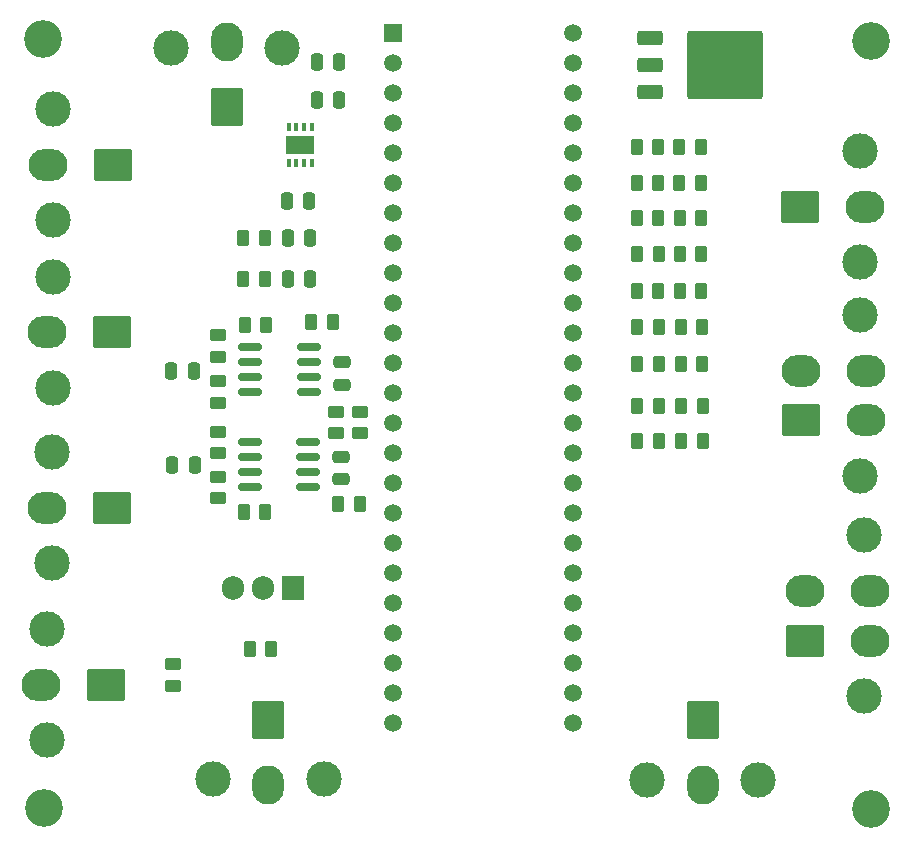
<source format=gbr>
%TF.GenerationSoftware,KiCad,Pcbnew,8.0.5*%
%TF.CreationDate,2025-02-16T14:39:50-08:00*%
%TF.ProjectId,ccm,63636d2e-6b69-4636-9164-5f7063625858,rev?*%
%TF.SameCoordinates,Original*%
%TF.FileFunction,Soldermask,Top*%
%TF.FilePolarity,Negative*%
%FSLAX46Y46*%
G04 Gerber Fmt 4.6, Leading zero omitted, Abs format (unit mm)*
G04 Created by KiCad (PCBNEW 8.0.5) date 2025-02-16 14:39:50*
%MOMM*%
%LPD*%
G01*
G04 APERTURE LIST*
G04 Aperture macros list*
%AMRoundRect*
0 Rectangle with rounded corners*
0 $1 Rounding radius*
0 $2 $3 $4 $5 $6 $7 $8 $9 X,Y pos of 4 corners*
0 Add a 4 corners polygon primitive as box body*
4,1,4,$2,$3,$4,$5,$6,$7,$8,$9,$2,$3,0*
0 Add four circle primitives for the rounded corners*
1,1,$1+$1,$2,$3*
1,1,$1+$1,$4,$5*
1,1,$1+$1,$6,$7*
1,1,$1+$1,$8,$9*
0 Add four rect primitives between the rounded corners*
20,1,$1+$1,$2,$3,$4,$5,0*
20,1,$1+$1,$4,$5,$6,$7,0*
20,1,$1+$1,$6,$7,$8,$9,0*
20,1,$1+$1,$8,$9,$2,$3,0*%
G04 Aperture macros list end*
%ADD10RoundRect,0.250000X0.262500X0.450000X-0.262500X0.450000X-0.262500X-0.450000X0.262500X-0.450000X0*%
%ADD11C,3.000000*%
%ADD12RoundRect,0.250001X1.399999X-1.099999X1.399999X1.099999X-1.399999X1.099999X-1.399999X-1.099999X0*%
%ADD13O,3.300000X2.700000*%
%ADD14RoundRect,0.150000X0.825000X0.150000X-0.825000X0.150000X-0.825000X-0.150000X0.825000X-0.150000X0*%
%ADD15RoundRect,0.250000X-0.262500X-0.450000X0.262500X-0.450000X0.262500X0.450000X-0.262500X0.450000X0*%
%ADD16RoundRect,0.250001X1.099999X1.399999X-1.099999X1.399999X-1.099999X-1.399999X1.099999X-1.399999X0*%
%ADD17O,2.700000X3.300000*%
%ADD18RoundRect,0.250000X0.250000X0.475000X-0.250000X0.475000X-0.250000X-0.475000X0.250000X-0.475000X0*%
%ADD19RoundRect,0.250000X-0.450000X0.262500X-0.450000X-0.262500X0.450000X-0.262500X0.450000X0.262500X0*%
%ADD20RoundRect,0.250000X0.450000X-0.262500X0.450000X0.262500X-0.450000X0.262500X-0.450000X-0.262500X0*%
%ADD21RoundRect,0.250000X-0.250000X-0.475000X0.250000X-0.475000X0.250000X0.475000X-0.250000X0.475000X0*%
%ADD22R,1.498600X1.498600*%
%ADD23C,1.498600*%
%ADD24C,3.200000*%
%ADD25RoundRect,0.250000X-0.850000X-0.350000X0.850000X-0.350000X0.850000X0.350000X-0.850000X0.350000X0*%
%ADD26RoundRect,0.249997X-2.950003X-2.650003X2.950003X-2.650003X2.950003X2.650003X-2.950003X2.650003X0*%
%ADD27RoundRect,0.250001X-1.099999X-1.399999X1.099999X-1.399999X1.099999X1.399999X-1.099999X1.399999X0*%
%ADD28RoundRect,0.250001X-1.399999X1.099999X-1.399999X-1.099999X1.399999X-1.099999X1.399999X1.099999X0*%
%ADD29R,0.350000X0.650000*%
%ADD30R,2.400000X1.550000*%
%ADD31RoundRect,0.250000X-0.475000X0.250000X-0.475000X-0.250000X0.475000X-0.250000X0.475000X0.250000X0*%
%ADD32R,1.905000X2.000000*%
%ADD33O,1.905000X2.000000*%
G04 APERTURE END LIST*
D10*
%TO.C,R28*%
X138412500Y-90800000D03*
X136587500Y-90800000D03*
%TD*%
%TO.C,R23*%
X169762500Y-100850000D03*
X167937500Y-100850000D03*
%TD*%
%TO.C,R17*%
X166012500Y-85000000D03*
X164187500Y-85000000D03*
%TD*%
D11*
%TO.C,J8*%
X183440000Y-122450000D03*
X183440000Y-108850000D03*
D12*
X178400000Y-117750000D03*
D13*
X178400000Y-113550000D03*
X183900000Y-117750000D03*
X183900000Y-113550000D03*
%TD*%
D10*
%TO.C,R20*%
X169575000Y-79000000D03*
X167750000Y-79000000D03*
%TD*%
%TO.C,R12*%
X169725000Y-91200000D03*
X167900000Y-91200000D03*
%TD*%
%TO.C,R10*%
X169712500Y-94350000D03*
X167887500Y-94350000D03*
%TD*%
D14*
%TO.C,U3*%
X136400000Y-96710000D03*
X136400000Y-95440000D03*
X136400000Y-94170000D03*
X136400000Y-92900000D03*
X131450000Y-92900000D03*
X131450000Y-94170000D03*
X131450000Y-95440000D03*
X131450000Y-96710000D03*
%TD*%
D15*
%TO.C,R5*%
X131387500Y-118500000D03*
X133212500Y-118500000D03*
%TD*%
%TO.C,R30*%
X130887500Y-106900000D03*
X132712500Y-106900000D03*
%TD*%
D11*
%TO.C,J10*%
X134150000Y-67560000D03*
X124750000Y-67560000D03*
D16*
X129450000Y-72600000D03*
D17*
X129450000Y-67100000D03*
%TD*%
D18*
%TO.C,C8*%
X138950000Y-68750000D03*
X137050000Y-68750000D03*
%TD*%
D19*
%TO.C,R27*%
X138700000Y-98387500D03*
X138700000Y-100212500D03*
%TD*%
D10*
%TO.C,R16*%
X169625000Y-85000000D03*
X167800000Y-85000000D03*
%TD*%
%TO.C,R24*%
X166025000Y-100850000D03*
X164200000Y-100850000D03*
%TD*%
D15*
%TO.C,R29*%
X130987500Y-91000000D03*
X132812500Y-91000000D03*
%TD*%
D10*
%TO.C,R7*%
X166025000Y-97850000D03*
X164200000Y-97850000D03*
%TD*%
D20*
%TO.C,R3*%
X128700000Y-97625000D03*
X128700000Y-95800000D03*
%TD*%
D21*
%TO.C,C7*%
X134550000Y-80500000D03*
X136450000Y-80500000D03*
%TD*%
D18*
%TO.C,C9*%
X138950000Y-72000000D03*
X137050000Y-72000000D03*
%TD*%
D10*
%TO.C,R14*%
X169612500Y-88150000D03*
X167787500Y-88150000D03*
%TD*%
D19*
%TO.C,R32*%
X140700000Y-98387500D03*
X140700000Y-100212500D03*
%TD*%
D10*
%TO.C,R11*%
X166012500Y-94350000D03*
X164187500Y-94350000D03*
%TD*%
D18*
%TO.C,C6*%
X126750000Y-102900000D03*
X124850000Y-102900000D03*
%TD*%
D20*
%TO.C,R25*%
X128700000Y-93712500D03*
X128700000Y-91887500D03*
%TD*%
D22*
%TO.C,U1*%
X143500000Y-66340000D03*
D23*
X143500000Y-68880000D03*
X143500000Y-71420000D03*
X143500000Y-73960000D03*
X143500000Y-76500000D03*
X143500000Y-79040000D03*
X143500000Y-81580000D03*
X143500000Y-84120000D03*
X143500000Y-86660000D03*
X143500000Y-89200000D03*
X143500000Y-91740000D03*
X143500000Y-94280000D03*
X143500000Y-96820000D03*
X143500000Y-99360000D03*
X143500000Y-101900000D03*
X143500000Y-104440000D03*
X143500000Y-106980000D03*
X143500000Y-109520000D03*
X143500000Y-112060000D03*
X143500000Y-114600000D03*
X143500000Y-117140000D03*
X143500000Y-119680000D03*
X143500000Y-122220000D03*
X143500000Y-124760000D03*
X158740000Y-124760000D03*
X158740000Y-122220000D03*
X158740000Y-119680000D03*
X158740000Y-117140000D03*
X158740000Y-114600000D03*
X158740000Y-112060000D03*
X158740000Y-109520000D03*
X158740000Y-106980000D03*
X158740000Y-104440000D03*
X158740000Y-101900000D03*
X158740000Y-99360000D03*
X158740000Y-96820000D03*
X158740000Y-94280000D03*
X158740000Y-91740000D03*
X158740000Y-89200000D03*
X158740000Y-86660000D03*
X158740000Y-84120000D03*
X158740000Y-81580000D03*
X158740000Y-79040000D03*
X158740000Y-76500000D03*
X158740000Y-73960000D03*
X158740000Y-71420000D03*
X158740000Y-68880000D03*
X158740000Y-66340000D03*
%TD*%
D24*
%TO.C,REF\u002A\u002A*%
X184000000Y-132000000D03*
%TD*%
%TO.C,REF\u002A\u002A*%
X113900000Y-66800000D03*
%TD*%
D18*
%TO.C,C5*%
X126650000Y-94900000D03*
X124750000Y-94900000D03*
%TD*%
D11*
%TO.C,J4*%
X183090000Y-103800000D03*
X183090000Y-90200000D03*
D12*
X178050000Y-99100000D03*
D13*
X178050000Y-94900000D03*
X183550000Y-99100000D03*
X183550000Y-94900000D03*
%TD*%
D25*
%TO.C,U5*%
X165300000Y-66732500D03*
X165300000Y-69012500D03*
D26*
X171600000Y-69012500D03*
D25*
X165300000Y-71292500D03*
%TD*%
D11*
%TO.C,J5*%
X165050000Y-129540000D03*
X174450000Y-129540000D03*
D27*
X169750000Y-124500000D03*
D17*
X169750000Y-130000000D03*
%TD*%
D10*
%TO.C,R21*%
X166000000Y-79000000D03*
X164175000Y-79000000D03*
%TD*%
D11*
%TO.C,J1*%
X114200000Y-116800000D03*
X114200000Y-126200000D03*
D28*
X119240000Y-121500000D03*
D13*
X113740000Y-121500000D03*
%TD*%
D10*
%TO.C,R31*%
X140712500Y-106200000D03*
X138887500Y-106200000D03*
%TD*%
%TO.C,R13*%
X166012500Y-91200000D03*
X164187500Y-91200000D03*
%TD*%
D21*
%TO.C,C3*%
X134600000Y-83700000D03*
X136500000Y-83700000D03*
%TD*%
D20*
%TO.C,R4*%
X128700000Y-105687500D03*
X128700000Y-103862500D03*
%TD*%
%TO.C,R26*%
X128700000Y-101900000D03*
X128700000Y-100075000D03*
%TD*%
D10*
%TO.C,R18*%
X169612500Y-81950000D03*
X167787500Y-81950000D03*
%TD*%
D19*
%TO.C,R22*%
X124900000Y-119737500D03*
X124900000Y-121562500D03*
%TD*%
D15*
%TO.C,R8*%
X130837500Y-83700000D03*
X132662500Y-83700000D03*
%TD*%
D14*
%TO.C,U4*%
X136350000Y-104710000D03*
X136350000Y-103440000D03*
X136350000Y-102170000D03*
X136350000Y-100900000D03*
X131400000Y-100900000D03*
X131400000Y-102170000D03*
X131400000Y-103440000D03*
X131400000Y-104710000D03*
%TD*%
D24*
%TO.C,REF\u002A\u002A*%
X184000000Y-67000000D03*
%TD*%
%TO.C,REF\u002A\u002A*%
X114000000Y-131900000D03*
%TD*%
D11*
%TO.C,J7*%
X114760000Y-72750000D03*
X114760000Y-82150000D03*
D28*
X119800000Y-77450000D03*
D13*
X114300000Y-77450000D03*
%TD*%
D29*
%TO.C,U2*%
X134700000Y-77350000D03*
X135350000Y-77350000D03*
X136000000Y-77350000D03*
X136650000Y-77350000D03*
X136650000Y-74250000D03*
X136000000Y-74250000D03*
X135350000Y-74250000D03*
X134700000Y-74250000D03*
D30*
X135675000Y-75800000D03*
%TD*%
D10*
%TO.C,R15*%
X166000000Y-88150000D03*
X164175000Y-88150000D03*
%TD*%
%TO.C,R6*%
X169737500Y-97850000D03*
X167912500Y-97850000D03*
%TD*%
D11*
%TO.C,J6*%
X183040000Y-85700000D03*
X183040000Y-76300000D03*
D12*
X178000000Y-81000000D03*
D13*
X183500000Y-81000000D03*
%TD*%
D31*
%TO.C,C1*%
X139200000Y-94200000D03*
X139200000Y-96100000D03*
%TD*%
D10*
%TO.C,R19*%
X166000000Y-81950000D03*
X164175000Y-81950000D03*
%TD*%
D11*
%TO.C,J9*%
X114710000Y-86950000D03*
X114710000Y-96350000D03*
D28*
X119750000Y-91650000D03*
D13*
X114250000Y-91650000D03*
%TD*%
D10*
%TO.C,R1*%
X169600000Y-76000000D03*
X167775000Y-76000000D03*
%TD*%
D11*
%TO.C,J3*%
X114660000Y-101800000D03*
X114660000Y-111200000D03*
D28*
X119700000Y-106500000D03*
D13*
X114200000Y-106500000D03*
%TD*%
D15*
%TO.C,R9*%
X130837500Y-87100000D03*
X132662500Y-87100000D03*
%TD*%
D32*
%TO.C,Q1*%
X135040000Y-113255000D03*
D33*
X132500000Y-113255000D03*
X129960000Y-113255000D03*
%TD*%
D21*
%TO.C,C4*%
X134600000Y-87100000D03*
X136500000Y-87100000D03*
%TD*%
D10*
%TO.C,R2*%
X166000000Y-76000000D03*
X164175000Y-76000000D03*
%TD*%
D31*
%TO.C,C2*%
X139100000Y-102200000D03*
X139100000Y-104100000D03*
%TD*%
D11*
%TO.C,J2*%
X128250000Y-129490000D03*
X137650000Y-129490000D03*
D27*
X132950000Y-124450000D03*
D17*
X132950000Y-129950000D03*
%TD*%
M02*

</source>
